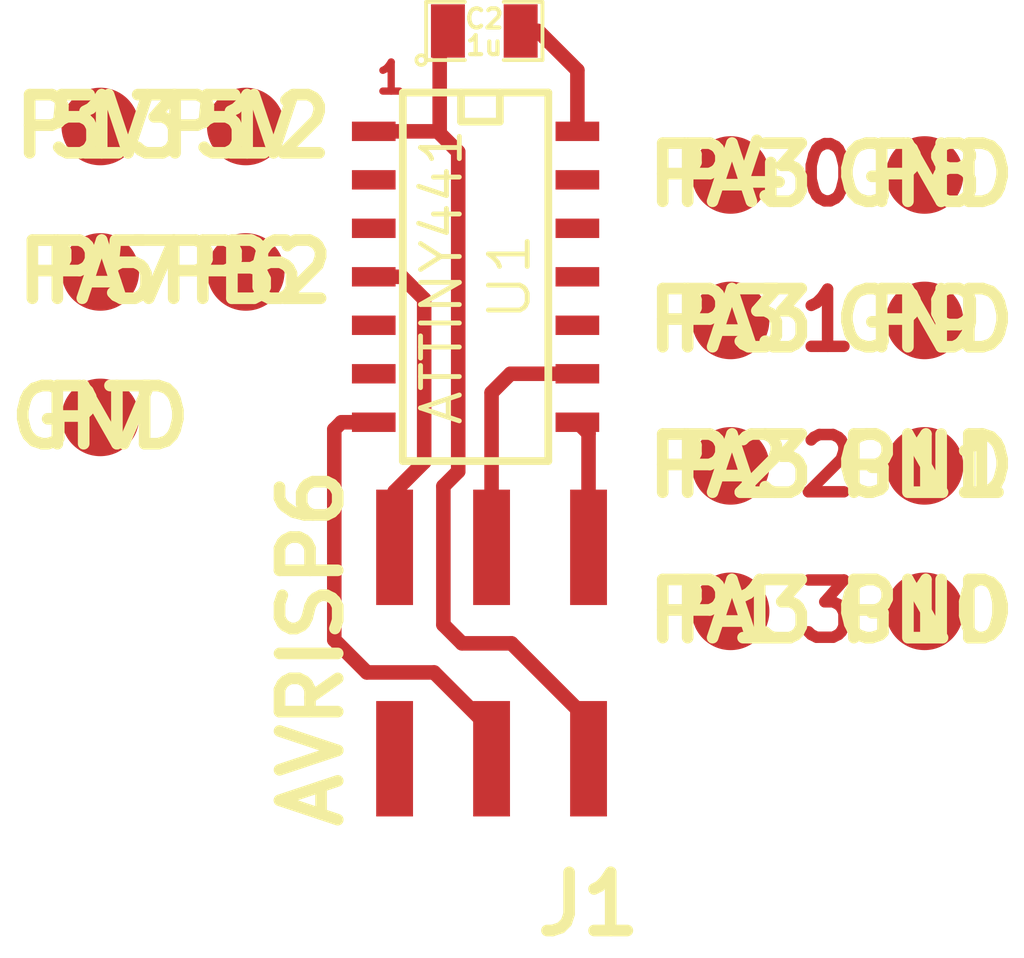
<source format=kicad_pcb>
(kicad_pcb (version 3) (host pcbnew "(2013-jul-07)-stable")

  (general
    (links 21)
    (no_connects 14)
    (area 0 0 0 0)
    (thickness 1.6)
    (drawings 5)
    (tracks 32)
    (zones 0)
    (modules 16)
    (nets 13)
  )

  (page User 139.7 139.7)
  (title_block 
    (title ATTiny44Tiny)
    (rev -)
  )

  (layers
    (15 F.Cu signal)
    (0 B.Cu signal)
    (16 B.Adhes user)
    (17 F.Adhes user)
    (18 B.Paste user)
    (19 F.Paste user)
    (20 B.SilkS user)
    (21 F.SilkS user)
    (22 B.Mask user)
    (23 F.Mask user)
    (24 Dwgs.User user)
    (25 Cmts.User user)
    (26 Eco1.User user)
    (27 Eco2.User user)
    (28 Edge.Cuts user)
  )

  (setup
    (last_trace_width 0.381)
    (trace_clearance 0.381)
    (zone_clearance 0.508)
    (zone_45_only no)
    (trace_min 0.254)
    (segment_width 0.2)
    (edge_width 0.15)
    (via_size 0.889)
    (via_drill 0.635)
    (via_min_size 0.889)
    (via_min_drill 0.508)
    (uvia_size 0.508)
    (uvia_drill 0.127)
    (uvias_allowed no)
    (uvia_min_size 0.508)
    (uvia_min_drill 0.127)
    (pcb_text_width 0.3)
    (pcb_text_size 1.5 1.5)
    (mod_edge_width 0.15)
    (mod_text_size 1.5 1.5)
    (mod_text_width 0.15)
    (pad_size 1.524 1.524)
    (pad_drill 0.762)
    (pad_to_mask_clearance 0.2)
    (aux_axis_origin 0 0)
    (visible_elements FFFFFFBF)
    (pcbplotparams
      (layerselection 3178497)
      (usegerberextensions true)
      (excludeedgelayer true)
      (linewidth 0.100000)
      (plotframeref false)
      (viasonmask false)
      (mode 1)
      (useauxorigin false)
      (hpglpennumber 1)
      (hpglpenspeed 20)
      (hpglpendiameter 15)
      (hpglpenoverlay 2)
      (psnegative false)
      (psa4output false)
      (plotreference true)
      (plotvalue true)
      (plotothertext true)
      (plotinvisibletext false)
      (padsonsilk false)
      (subtractmaskfromsilk false)
      (outputformat 1)
      (mirror false)
      (drillshape 1)
      (scaleselection 1)
      (outputdirectory ""))
  )

  (net 0 "")
  (net 1 +5V)
  (net 2 GND)
  (net 3 MISO)
  (net 4 MOSI)
  (net 5 N-0000010)
  (net 6 N-0000011)
  (net 7 N-000005)
  (net 8 N-000006)
  (net 9 N-000007)
  (net 10 N-000008)
  (net 11 RST)
  (net 12 SCK)

  (net_class Default "This is the default net class."
    (clearance 0.381)
    (trace_width 0.381)
    (via_dia 0.889)
    (via_drill 0.635)
    (uvia_dia 0.508)
    (uvia_drill 0.127)
    (add_net "")
    (add_net +5V)
    (add_net GND)
    (add_net MISO)
    (add_net MOSI)
    (add_net N-0000010)
    (add_net N-0000011)
    (add_net N-000005)
    (add_net N-000006)
    (add_net N-000007)
    (add_net N-000008)
    (add_net RST)
    (add_net SCK)
  )

  (module SM0805 (layer F.Cu) (tedit 5091495C) (tstamp 54E3B7EB)
    (at 76.0984 29.2481)
    (path /54D25909)
    (attr smd)
    (fp_text reference C2 (at 0 -0.3175) (layer F.SilkS)
      (effects (font (size 0.50038 0.50038) (thickness 0.10922)))
    )
    (fp_text value 1u (at 0 0.381) (layer F.SilkS)
      (effects (font (size 0.50038 0.50038) (thickness 0.10922)))
    )
    (fp_circle (center -1.651 0.762) (end -1.651 0.635) (layer F.SilkS) (width 0.09906))
    (fp_line (start -0.508 0.762) (end -1.524 0.762) (layer F.SilkS) (width 0.09906))
    (fp_line (start -1.524 0.762) (end -1.524 -0.762) (layer F.SilkS) (width 0.09906))
    (fp_line (start -1.524 -0.762) (end -0.508 -0.762) (layer F.SilkS) (width 0.09906))
    (fp_line (start 0.508 -0.762) (end 1.524 -0.762) (layer F.SilkS) (width 0.09906))
    (fp_line (start 1.524 -0.762) (end 1.524 0.762) (layer F.SilkS) (width 0.09906))
    (fp_line (start 1.524 0.762) (end 0.508 0.762) (layer F.SilkS) (width 0.09906))
    (pad 1 smd rect (at -0.9525 0) (size 0.889 1.397)
      (layers F.Cu F.Paste F.Mask)
      (net 1 +5V)
    )
    (pad 2 smd rect (at 0.9525 0) (size 0.889 1.397)
      (layers F.Cu F.Paste F.Mask)
      (net 2 GND)
    )
    (model smd/chip_cms.wrl
      (at (xyz 0 0 0))
      (scale (xyz 0.1 0.1 0.1))
      (rotate (xyz 0 0 0))
    )
  )

  (module RIBBON6SMT (layer F.Cu) (tedit 54E3BA26) (tstamp 54E3C4ED)
    (at 78.8289 48.3108 180)
    (path /54D258DD)
    (fp_text reference J1 (at 0 -3.81 180) (layer F.SilkS)
      (effects (font (size 1.524 1.524) (thickness 0.3048)))
    )
    (fp_text value AVRISP6 (at 7.25932 2.90322 270) (layer F.SilkS)
      (effects (font (size 1.524 1.524) (thickness 0.3048)))
    )
    (pad 2 smd rect (at 0 0 180) (size 0.9652 3.0226)
      (layers F.Cu F.Paste F.Mask)
      (net 1 +5V)
    )
    (pad 4 smd rect (at 2.54 0 180) (size 0.9652 3.0226)
      (layers F.Cu F.Paste F.Mask)
      (net 4 MOSI)
    )
    (pad 6 smd rect (at 5.08 0 180) (size 0.9652 3.0226)
      (layers F.Cu F.Paste F.Mask)
      (net 2 GND)
    )
    (pad 1 smd rect (at 0 5.5372 180) (size 0.9652 3.0226)
      (layers F.Cu F.Paste F.Mask)
      (net 3 MISO)
    )
    (pad 3 smd rect (at 2.54 5.5372 180) (size 0.9652 3.0226)
      (layers F.Cu F.Paste F.Mask)
      (net 12 SCK)
    )
    (pad 5 smd rect (at 5.08 5.5372 180) (size 0.9652 3.0226)
      (layers F.Cu F.Paste F.Mask)
      (net 11 RST)
    )
  )

  (module .1SMTPIN (layer F.Cu) (tedit 5102E01B) (tstamp 54E3BBFC)
    (at 82.55 44.45)
    (path /54E3BB4D)
    (fp_text reference P1 (at 0 0) (layer F.SilkS)
      (effects (font (size 1.524 1.524) (thickness 0.3048)))
    )
    (fp_text value PA3 (at 0 0) (layer F.SilkS)
      (effects (font (size 1.524 1.524) (thickness 0.3048)))
    )
    (pad 1 smd circle (at 0 0) (size 2.032 2.032)
      (layers F.Cu F.Paste F.Mask)
      (net 7 N-000005)
    )
  )

  (module .1SMTPIN (layer F.Cu) (tedit 5102E01B) (tstamp 54E3BC01)
    (at 82.55 36.83)
    (path /54E3BB8C)
    (fp_text reference P3 (at 0 0) (layer F.SilkS)
      (effects (font (size 1.524 1.524) (thickness 0.3048)))
    )
    (fp_text value PA3 (at 0 0) (layer F.SilkS)
      (effects (font (size 1.524 1.524) (thickness 0.3048)))
    )
    (pad 1 smd circle (at 0 0) (size 2.032 2.032)
      (layers F.Cu F.Paste F.Mask)
      (net 9 N-000007)
    )
  )

  (module .1SMTPIN (layer F.Cu) (tedit 5102E01B) (tstamp 54E3BC06)
    (at 82.55 40.64)
    (path /54E3BB92)
    (fp_text reference P2 (at 0 0) (layer F.SilkS)
      (effects (font (size 1.524 1.524) (thickness 0.3048)))
    )
    (fp_text value PA3 (at 0 0) (layer F.SilkS)
      (effects (font (size 1.524 1.524) (thickness 0.3048)))
    )
    (pad 1 smd circle (at 0 0) (size 2.032 2.032)
      (layers F.Cu F.Paste F.Mask)
      (net 8 N-000006)
    )
  )

  (module .1SMTPIN (layer F.Cu) (tedit 5102E01B) (tstamp 54E3BC0B)
    (at 82.55 33.02)
    (path /54E3BBA2)
    (fp_text reference P4 (at 0 0) (layer F.SilkS)
      (effects (font (size 1.524 1.524) (thickness 0.3048)))
    )
    (fp_text value PA3 (at 0 0) (layer F.SilkS)
      (effects (font (size 1.524 1.524) (thickness 0.3048)))
    )
    (pad 1 smd circle (at 0 0) (size 2.032 2.032)
      (layers F.Cu F.Paste F.Mask)
      (net 10 N-000008)
    )
  )

  (module .1SMTPIN (layer F.Cu) (tedit 5102E01B) (tstamp 54E3BC10)
    (at 66.04 35.56)
    (path /54E3BBFC)
    (fp_text reference P5 (at 0 0) (layer F.SilkS)
      (effects (font (size 1.524 1.524) (thickness 0.3048)))
    )
    (fp_text value PA7 (at 0 0) (layer F.SilkS)
      (effects (font (size 1.524 1.524) (thickness 0.3048)))
    )
    (pad 1 smd circle (at 0 0) (size 2.032 2.032)
      (layers F.Cu F.Paste F.Mask)
      (net 6 N-0000011)
    )
  )

  (module .1SMTPIN (layer F.Cu) (tedit 5102E01B) (tstamp 54E3BC15)
    (at 69.85 35.56)
    (path /54E3BC02)
    (fp_text reference P6 (at 0 0) (layer F.SilkS)
      (effects (font (size 1.524 1.524) (thickness 0.3048)))
    )
    (fp_text value PB2 (at 0 0) (layer F.SilkS)
      (effects (font (size 1.524 1.524) (thickness 0.3048)))
    )
    (pad 1 smd circle (at 0 0) (size 2.032 2.032)
      (layers F.Cu F.Paste F.Mask)
      (net 5 N-0000010)
    )
  )

  (module .1SMTPIN (layer F.Cu) (tedit 5102E01B) (tstamp 54E3BC49)
    (at 87.63 40.64)
    (path /54E3BCB8)
    (fp_text reference P11 (at 0 0) (layer F.SilkS)
      (effects (font (size 1.524 1.524) (thickness 0.3048)))
    )
    (fp_text value GND (at 0 0) (layer F.SilkS)
      (effects (font (size 1.524 1.524) (thickness 0.3048)))
    )
    (pad 1 smd circle (at 0 0) (size 2.032 2.032)
      (layers F.Cu F.Paste F.Mask)
      (net 2 GND)
    )
  )

  (module .1SMTPIN (layer F.Cu) (tedit 5102E01B) (tstamp 54E3BC4E)
    (at 87.63 44.45)
    (path /54E3BD08)
    (fp_text reference P10 (at 0 0) (layer F.SilkS)
      (effects (font (size 1.524 1.524) (thickness 0.3048)))
    )
    (fp_text value GND (at 0 0) (layer F.SilkS)
      (effects (font (size 1.524 1.524) (thickness 0.3048)))
    )
    (pad 1 smd circle (at 0 0) (size 2.032 2.032)
      (layers F.Cu F.Paste F.Mask)
      (net 2 GND)
    )
  )

  (module .1SMTPIN (layer F.Cu) (tedit 5102E01B) (tstamp 54E3BC53)
    (at 87.63 36.83)
    (path /54E3BD0E)
    (fp_text reference P9 (at 0 0) (layer F.SilkS)
      (effects (font (size 1.524 1.524) (thickness 0.3048)))
    )
    (fp_text value GND (at 0 0) (layer F.SilkS)
      (effects (font (size 1.524 1.524) (thickness 0.3048)))
    )
    (pad 1 smd circle (at 0 0) (size 2.032 2.032)
      (layers F.Cu F.Paste F.Mask)
      (net 2 GND)
    )
  )

  (module .1SMTPIN (layer F.Cu) (tedit 5102E01B) (tstamp 54E3BC58)
    (at 87.63 33.02)
    (path /54E3BD14)
    (fp_text reference P8 (at 0 0) (layer F.SilkS)
      (effects (font (size 1.524 1.524) (thickness 0.3048)))
    )
    (fp_text value GND (at 0 0) (layer F.SilkS)
      (effects (font (size 1.524 1.524) (thickness 0.3048)))
    )
    (pad 1 smd circle (at 0 0) (size 2.032 2.032)
      (layers F.Cu F.Paste F.Mask)
      (net 2 GND)
    )
  )

  (module .1SMTPIN (layer F.Cu) (tedit 5102E01B) (tstamp 54E3BC5D)
    (at 66.04 39.37)
    (path /54E3BD1A)
    (fp_text reference P7 (at 0 0) (layer F.SilkS)
      (effects (font (size 1.524 1.524) (thickness 0.3048)))
    )
    (fp_text value GND (at 0 0) (layer F.SilkS)
      (effects (font (size 1.524 1.524) (thickness 0.3048)))
    )
    (pad 1 smd circle (at 0 0) (size 2.032 2.032)
      (layers F.Cu F.Paste F.Mask)
      (net 2 GND)
    )
  )

  (module .1SMTPIN (layer F.Cu) (tedit 5102E01B) (tstamp 54E3BC62)
    (at 66.04 31.75)
    (path /54E3BDB4)
    (fp_text reference P13 (at 0 0) (layer F.SilkS)
      (effects (font (size 1.524 1.524) (thickness 0.3048)))
    )
    (fp_text value 5V (at 0 0) (layer F.SilkS)
      (effects (font (size 1.524 1.524) (thickness 0.3048)))
    )
    (pad 1 smd circle (at 0 0) (size 2.032 2.032)
      (layers F.Cu F.Paste F.Mask)
      (net 1 +5V)
    )
  )

  (module .1SMTPIN (layer F.Cu) (tedit 5102E01B) (tstamp 54E3BC67)
    (at 69.85 31.75)
    (path /54E3BDBA)
    (fp_text reference P12 (at 0 0) (layer F.SilkS)
      (effects (font (size 1.524 1.524) (thickness 0.3048)))
    )
    (fp_text value 5V (at 0 0) (layer F.SilkS)
      (effects (font (size 1.524 1.524) (thickness 0.3048)))
    )
    (pad 1 smd circle (at 0 0) (size 2.032 2.032)
      (layers F.Cu F.Paste F.Mask)
      (net 1 +5V)
    )
  )

  (module SO14E (layer F.Cu) (tedit 42806FBF) (tstamp 54E3C507)
    (at 75.9968 35.687 270)
    (descr "module CMS SOJ 14 pins etroit")
    (tags "CMS SOJ")
    (path /54E3C315)
    (attr smd)
    (fp_text reference U1 (at 0 -0.762 270) (layer F.SilkS)
      (effects (font (size 1.016 1.143) (thickness 0.127)))
    )
    (fp_text value ATTINY441 (at 0 1.016 270) (layer F.SilkS)
      (effects (font (size 1.016 1.016) (thickness 0.127)))
    )
    (fp_line (start -4.826 -1.778) (end 4.826 -1.778) (layer F.SilkS) (width 0.2032))
    (fp_line (start 4.826 -1.778) (end 4.826 2.032) (layer F.SilkS) (width 0.2032))
    (fp_line (start 4.826 2.032) (end -4.826 2.032) (layer F.SilkS) (width 0.2032))
    (fp_line (start -4.826 2.032) (end -4.826 -1.778) (layer F.SilkS) (width 0.2032))
    (fp_line (start -4.826 -0.508) (end -4.064 -0.508) (layer F.SilkS) (width 0.2032))
    (fp_line (start -4.064 -0.508) (end -4.064 0.508) (layer F.SilkS) (width 0.2032))
    (fp_line (start -4.064 0.508) (end -4.826 0.508) (layer F.SilkS) (width 0.2032))
    (pad 1 smd rect (at -3.81 2.794 270) (size 0.508 1.143)
      (layers F.Cu F.Paste F.Mask)
      (net 1 +5V)
    )
    (pad 2 smd rect (at -2.54 2.794 270) (size 0.508 1.143)
      (layers F.Cu F.Paste F.Mask)
    )
    (pad 3 smd rect (at -1.27 2.794 270) (size 0.508 1.143)
      (layers F.Cu F.Paste F.Mask)
    )
    (pad 4 smd rect (at 0 2.794 270) (size 0.508 1.143)
      (layers F.Cu F.Paste F.Mask)
      (net 11 RST)
    )
    (pad 5 smd rect (at 1.27 2.794 270) (size 0.508 1.143)
      (layers F.Cu F.Paste F.Mask)
      (net 5 N-0000010)
    )
    (pad 6 smd rect (at 2.54 2.794 270) (size 0.508 1.143)
      (layers F.Cu F.Paste F.Mask)
      (net 6 N-0000011)
    )
    (pad 7 smd rect (at 3.81 2.794 270) (size 0.508 1.143)
      (layers F.Cu F.Paste F.Mask)
      (net 4 MOSI)
    )
    (pad 8 smd rect (at 3.81 -2.54 270) (size 0.508 1.143)
      (layers F.Cu F.Paste F.Mask)
      (net 3 MISO)
    )
    (pad 9 smd rect (at 2.54 -2.54 270) (size 0.508 1.143)
      (layers F.Cu F.Paste F.Mask)
      (net 12 SCK)
    )
    (pad 10 smd rect (at 1.27 -2.54 270) (size 0.508 1.143)
      (layers F.Cu F.Paste F.Mask)
      (net 7 N-000005)
    )
    (pad 11 smd rect (at 0 -2.54 270) (size 0.508 1.143)
      (layers F.Cu F.Paste F.Mask)
      (net 8 N-000006)
    )
    (pad 12 smd rect (at -1.27 -2.54 270) (size 0.508 1.143)
      (layers F.Cu F.Paste F.Mask)
      (net 9 N-000007)
    )
    (pad 13 smd rect (at -2.54 -2.54 270) (size 0.508 1.143)
      (layers F.Cu F.Paste F.Mask)
      (net 10 N-000008)
    )
    (pad 14 smd rect (at -3.81 -2.54 270) (size 0.508 1.143)
      (layers F.Cu F.Paste F.Mask)
      (net 2 GND)
    )
    (model smd/cms_so14.wrl
      (at (xyz 0 0 0))
      (scale (xyz 0.5 0.3 0.5))
      (rotate (xyz 0 0 0))
    )
  )

  (gr_text 3 (at 85.09 44.45) (layer F.Cu)
    (effects (font (size 1.5 1.5) (thickness 0.3)))
  )
  (gr_text 2 (at 85.09 40.64) (layer F.Cu)
    (effects (font (size 1.5 1.5) (thickness 0.3)))
  )
  (gr_text 1 (at 85.09 36.83) (layer F.Cu)
    (effects (font (size 1.5 1.5) (thickness 0.3)))
  )
  (gr_text 0 (at 85.09 33.02) (layer F.Cu)
    (effects (font (size 1.5 1.5) (thickness 0.3)))
  )
  (gr_text 1 (at 73.66 30.48) (layer F.Cu)
    (effects (font (size 0.762 0.762) (thickness 0.1905)))
  )

  (segment (start 74.93 31.877) (end 74.93 29.464) (width 0.381) (layer F.Cu) (net 1))
  (segment (start 74.93 29.464) (end 75.1459 29.2481) (width 0.381) (layer F.Cu) (net 1) (tstamp 54E3C573))
  (segment (start 78.8289 48.3108) (end 78.8289 47.3075) (width 0.381) (layer F.Cu) (net 1))
  (segment (start 74.87666 31.877) (end 74.93 31.877) (width 0.381) (layer F.Cu) (net 1) (tstamp 54E3C52D))
  (segment (start 74.93 31.877) (end 73.2028 31.877) (width 0.381) (layer F.Cu) (net 1) (tstamp 54E3C571))
  (segment (start 75.41514 32.41548) (end 74.87666 31.877) (width 0.381) (layer F.Cu) (net 1) (tstamp 54E3C52C))
  (segment (start 75.41514 40.78478) (end 75.41514 32.41548) (width 0.381) (layer F.Cu) (net 1) (tstamp 54E3C52B))
  (segment (start 75.02652 41.1734) (end 75.41514 40.78478) (width 0.381) (layer F.Cu) (net 1) (tstamp 54E3C52A))
  (segment (start 75.02652 44.80052) (end 75.02652 41.1734) (width 0.381) (layer F.Cu) (net 1) (tstamp 54E3C529))
  (segment (start 75.5142 45.2882) (end 75.02652 44.80052) (width 0.381) (layer F.Cu) (net 1) (tstamp 54E3C528))
  (segment (start 76.8096 45.2882) (end 75.5142 45.2882) (width 0.381) (layer F.Cu) (net 1) (tstamp 54E3C526))
  (segment (start 78.8289 47.3075) (end 76.8096 45.2882) (width 0.381) (layer F.Cu) (net 1) (tstamp 54E3C525))
  (segment (start 77.0509 29.2481) (end 77.5081 29.2481) (width 0.381) (layer F.Cu) (net 2))
  (segment (start 78.5368 30.2768) (end 78.5368 31.877) (width 0.381) (layer F.Cu) (net 2) (tstamp 54E3C577))
  (segment (start 77.5081 29.2481) (end 78.5368 30.2768) (width 0.381) (layer F.Cu) (net 2) (tstamp 54E3C576))
  (segment (start 78.8289 39.7891) (end 78.5368 39.497) (width 0.381) (layer F.Cu) (net 3) (tstamp 54E3C4B8))
  (segment (start 78.8289 42.7736) (end 78.8289 39.7891) (width 0.381) (layer F.Cu) (net 3))
  (segment (start 76.2889 48.3108) (end 76.2889 47.55642) (width 0.381) (layer F.Cu) (net 4))
  (segment (start 72.35698 39.497) (end 73.2028 39.497) (width 0.381) (layer F.Cu) (net 4) (tstamp 54E3C522))
  (segment (start 72.16902 39.68496) (end 72.35698 39.497) (width 0.381) (layer F.Cu) (net 4) (tstamp 54E3C521))
  (segment (start 72.16902 45.19676) (end 72.16902 39.68496) (width 0.381) (layer F.Cu) (net 4) (tstamp 54E3C520))
  (segment (start 73.02246 46.0502) (end 72.16902 45.19676) (width 0.381) (layer F.Cu) (net 4) (tstamp 54E3C51F))
  (segment (start 74.78268 46.0502) (end 73.02246 46.0502) (width 0.381) (layer F.Cu) (net 4) (tstamp 54E3C51E))
  (segment (start 76.2889 47.55642) (end 74.78268 46.0502) (width 0.381) (layer F.Cu) (net 4) (tstamp 54E3C51D))
  (segment (start 73.7489 42.7736) (end 73.7489 41.3131) (width 0.381) (layer F.Cu) (net 11))
  (segment (start 73.9394 35.687) (end 73.2028 35.687) (width 0.381) (layer F.Cu) (net 11) (tstamp 54E3C50F))
  (segment (start 74.5236 36.2712) (end 73.9394 35.687) (width 0.381) (layer F.Cu) (net 11) (tstamp 54E3C50E))
  (segment (start 74.5236 40.5384) (end 74.5236 36.2712) (width 0.381) (layer F.Cu) (net 11) (tstamp 54E3C50D))
  (segment (start 73.7489 41.3131) (end 74.5236 40.5384) (width 0.381) (layer F.Cu) (net 11) (tstamp 54E3C50C))
  (segment (start 76.2889 42.7736) (end 76.2889 38.7223) (width 0.381) (layer F.Cu) (net 12))
  (segment (start 76.7842 38.227) (end 78.5368 38.227) (width 0.381) (layer F.Cu) (net 12) (tstamp 54E3C509))
  (segment (start 76.2889 38.7223) (end 76.7842 38.227) (width 0.381) (layer F.Cu) (net 12) (tstamp 54E3C508))

)

</source>
